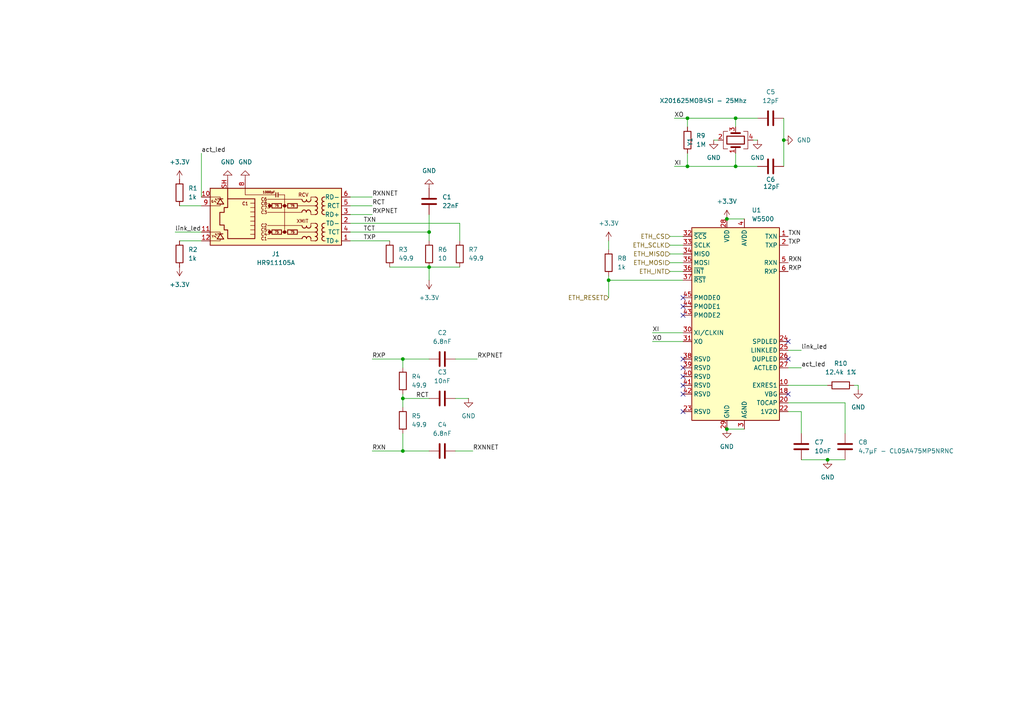
<source format=kicad_sch>
(kicad_sch (version 20250114) (generator "eeschema") (generator_version "9.0")
  (paper "A4")
  (lib_symbols
    (symbol "Connector:RJ45_Hanrun_HR911105A_Horizontal"
      (property "Reference" "J" (at 18.415 10.16 0))
      (property "Value" "RJ45_Hanrun_HR911105A_Horizontal" (at -19.05 10.16 0))
      (symbol "RJ45_Hanrun_HR911105A_Horizontal_0_0"
        (circle (center -1.27 5.08) (radius 0.0001) (stroke (width 0.508)))
        (polyline (pts (xy -1.27 5.08) (xy -1.27 -5.715)))
        (circle (center -1.27 -2.54) (radius 0.0001) (stroke (width 0.508)))
        (polyline (pts (xy 0.635 -5.08) (xy 0.635 -6.35)) (stroke (width 0.254)))
        (polyline (pts (xy 1.27 -5.08) (xy 1.27 -6.35)) (stroke (width 0.254)))
        (polyline (pts (xy 3.048 5.08) (xy 2.54 5.08)))
        (circle (center 3.048 5.08) (radius 0.0001) (stroke (width 0.508)))
        (polyline (pts (xy 3.048 -2.54) (xy 2.54 -2.54)))
        (circle (center 3.048 -2.54) (radius 0.0001) (stroke (width 0.508)))
        (polyline (pts (xy 3.683 5.715) (xy 3.048 5.715) (xy 3.048 4.445) (xy 3.683 4.445)))
        (polyline (pts (xy 3.683 -1.905) (xy 3.048 -1.905) (xy 3.048 -3.175) (xy 3.683 -3.175)))
        (polyline (pts (xy 17.399 7.112) (xy 17.399 7.62) (xy 20.32 7.62)))
        (polyline (pts (xy 17.399 -3.048) (xy 17.399 -2.54) (xy 20.32 -2.54)))
        (polyline (pts (xy 20.32 5.08) (xy 17.399 5.08) (xy 17.399 5.588)))
        (polyline (pts (xy 20.32 -5.08) (xy 17.399 -5.08) (xy 17.399 -4.572)))
        (text "XMIT" (at -8.255 1.905 0) (effects (font (size 1.016 1.016)) (justify left)))
        (text "RCV" (at -8.255 -5.715 0) (effects (font (size 1.016 1.016)) (justify left)))
        (text "C1" (at 4.699 6.985 0) (effects (font (size 0.889 0.889))))
        (text "C4" (at 4.699 5.715 0) (effects (font (size 0.889 0.889))))
        (text "C5" (at 4.699 4.445 0) (effects (font (size 0.889 0.889))))
        (text "C2" (at 4.699 3.175 0) (effects (font (size 0.889 0.889))))
        (text "C3" (at 4.699 -0.635 0) (effects (font (size 0.889 0.889))))
        (text "C7" (at 4.699 -1.905 0) (effects (font (size 0.889 0.889))))
        (text "C8" (at 4.699 -3.175 0) (effects (font (size 0.889 0.889))))
        (text "C6" (at 4.699 -4.445 0) (effects (font (size 0.889 0.889))))
        (text "C1" (at 10.16 -3.175 0) (effects (font (size 0.889 0.889))))
      )
      (symbol "RJ45_Hanrun_HR911105A_Horizontal_0_1"
        (rectangle (start -17.78 8.89) (end 20.32 -7.62) (stroke (width 0.254)) (fill (type background)))
        (polyline (pts (xy -12.7 7.62) (xy -13.081 7.62)))
        (polyline (pts (xy -12.7 5.08) (xy -13.081 5.08)))
        (polyline (pts (xy -12.7 2.54) (xy -13.081 2.54)))
        (polyline (pts (xy -12.7 0) (xy -13.081 0)))
        (polyline (pts (xy -12.7 -2.54) (xy -13.081 -2.54)))
        (polyline (pts (xy -12.7 -5.08) (xy -13.081 -5.08)))
        (polyline (pts (xy -10.16 7.62) (xy -8.89 7.62) (xy -8.89 6.985)))
        (polyline (pts (xy -10.16 0) (xy -8.89 0) (xy -8.89 -0.635)))
        (polyline (pts (xy -8.89 3.175) (xy -8.89 2.54) (xy -10.16 2.54)))
        (polyline (pts (xy -8.89 -4.445) (xy -8.89 -5.08) (xy -10.16 -5.08)))
        (polyline (pts (xy -6.35 6.985) (xy 3.683 6.985)))
        (polyline (pts (xy -6.35 3.175) (xy 3.683 3.175)))
        (polyline (pts (xy -6.35 -4.445) (xy 3.683 -4.445)))
        (polyline (pts (xy -6.223 -0.635) (xy 3.683 -0.635)))
        (polyline (pts (xy -5.08 -2.54) (xy -10.16 -2.54)))
        (polyline (pts (xy -4.953 5.08) (xy -10.16 5.08)))
        (polyline (pts (xy -2.159 5.08) (xy -0.381 5.08)))
        (polyline (pts (xy -2.159 -2.54) (xy -0.381 -2.54)))
        (polyline (pts (xy 0.635 -5.715) (xy -1.27 -5.715)))
        (polyline (pts (xy 7.366 3.175) (xy 8.636 3.175)))
        (polyline (pts (xy 7.366 1.905) (xy 8.636 1.905)))
        (polyline (pts (xy 7.366 0.635) (xy 8.636 0.635)))
        (polyline (pts (xy 7.366 -0.762) (xy 8.636 -0.762)))
        (polyline (pts (xy 7.366 -2.032) (xy 8.636 -2.032)))
        (polyline (pts (xy 8.636 5.715) (xy 7.366 5.715)))
        (polyline (pts (xy 8.636 4.445) (xy 7.366 4.445)))
        (polyline (pts (xy 8.636 -3.302) (xy 7.366 -3.302)))
        (polyline (pts (xy 10.16 -5.715) (xy 1.27 -5.715)))
        (polyline (pts (xy 10.16 -5.715) (xy 10.16 -7.62)))
      )
      (symbol "RJ45_Hanrun_HR911105A_Horizontal_1_0"
        (text "1000pF" (at 3.302 -6.477 0) (effects (font (size 0.635 0.635))))
      )
      (symbol "RJ45_Hanrun_HR911105A_Horizontal_1_1"
        (arc (start -12.7 0) (mid -12.0677 -0.635) (end -12.7 -1.27) (stroke (width 0.254)))
        (arc (start -12.6973 7.62) (mid -12.065 6.985) (end -12.6973 6.35) (stroke (width 0.254)))
        (arc (start -12.6973 -1.27) (mid -12.065 -1.905) (end -12.6973 -2.54) (stroke (width 0.254)))
        (arc (start -12.6973 -2.54) (mid -12.065 -3.175) (end -12.6973 -3.81) (stroke (width 0.254)))
        (arc (start -12.6973 -3.81) (mid -12.065 -4.445) (end -12.6973 -5.08) (stroke (width 0.254)))
        (arc (start -12.6946 6.35) (mid -12.0623 5.715) (end -12.6946 5.08) (stroke (width 0.254)))
        (arc (start -12.6946 5.08) (mid -12.0623 4.445) (end -12.6946 3.81) (stroke (width 0.254)))
        (arc (start -12.6946 3.81) (mid -12.0623 3.175) (end -12.6946 2.54) (stroke (width 0.254)))
        (arc (start -10.1654 6.35) (mid -10.7977 6.985) (end -10.1654 7.62) (stroke (width 0.254)))
        (arc (start -10.1654 5.08) (mid -10.7977 5.715) (end -10.1654 6.35) (stroke (width 0.254)))
        (arc (start -10.1654 3.81) (mid -10.7977 4.445) (end -10.1654 5.08) (stroke (width 0.254)))
        (arc (start -10.1654 -1.27) (mid -10.7977 -0.635) (end -10.1654 0) (stroke (width 0.254)))
        (arc (start -10.1654 -2.54) (mid -10.7977 -1.905) (end -10.1654 -1.27) (stroke (width 0.254)))
        (arc (start -10.1654 -3.81) (mid -10.7977 -3.175) (end -10.1654 -2.54) (stroke (width 0.254)))
        (arc (start -10.1627 2.54) (mid -10.795 3.175) (end -10.1627 3.81) (stroke (width 0.254)))
        (arc (start -10.1627 -5.08) (mid -10.795 -4.445) (end -10.1627 -3.81) (stroke (width 0.254)))
        (arc (start -7.62 6.9823) (mid -8.255 6.35) (end -8.89 6.9823) (stroke (width 0.254)))
        (arc (start -8.89 3.3047) (mid -8.255 3.937) (end -7.62 3.3047) (stroke (width 0.254)))
        (arc (start -8.89 -4.3153) (mid -8.255 -3.683) (end -7.62 -4.3153) (stroke (width 0.254)))
        (arc (start -7.5565 -0.7012) (mid -8.1915 -1.3335) (end -8.8265 -0.7012) (stroke (width 0.254)))
        (arc (start -6.35 6.985) (mid -6.985 6.3527) (end -7.62 6.985) (stroke (width 0.254)))
        (arc (start -7.62 3.3074) (mid -6.985 3.9397) (end -6.35 3.3074) (stroke (width 0.254)))
        (arc (start -7.62 -4.3126) (mid -6.985 -3.6803) (end -6.35 -4.3126) (stroke (width 0.254)))
        (arc (start -6.2865 -0.6985) (mid -6.9215 -1.3308) (end -7.5565 -0.6985) (stroke (width 0.254)))
        (rectangle (start -4.953 5.715) (end -2.159 4.445) (stroke (width 0.254)))
        (rectangle (start -4.953 -1.905) (end -2.159 -3.175) (stroke (width 0.254)))
        (rectangle (start -0.381 5.715) (end 2.413 4.445) (stroke (width 0.254)))
        (rectangle (start -0.381 -1.905) (end 2.413 -3.175) (stroke (width 0.254)))
        (polyline (pts (xy 7.366 -4.572) (xy 7.366 6.985) (xy 15.24 6.985) (xy 15.24 4.445) (xy 16.256 4.445) (xy 16.256 3.048) (xy 17.526 3.048) (xy 17.526 -0.635) (xy 16.256 -0.635) (xy 16.256 -2.032) (xy 15.24 -2.032) (xy 15.24 -4.572) (xy 7.366 -4.572)) (stroke (width 0.254)))
        (polyline (pts (xy 15.24 -7.62) (xy 15.24 -4.572)) (stroke (width 0.254)))
        (polyline (pts (xy 18.161 5.588) (xy 16.637 5.588)) (stroke (width 0.254)))
        (polyline (pts (xy 18.161 -4.572) (xy 16.637 -4.572)) (stroke (width 0.254)))
        (polyline (pts (xy 18.288 7.112) (xy 16.383 7.112) (xy 17.399 5.588) (xy 18.288 7.112)) (stroke (width 0.254)))
        (polyline (pts (xy 18.288 6.096) (xy 18.796 5.588) (xy 18.542 5.588)))
        (polyline (pts (xy 18.288 -3.048) (xy 16.383 -3.048) (xy 17.399 -4.572) (xy 18.288 -3.048)) (stroke (width 0.254)))
        (polyline (pts (xy 18.288 -4.064) (xy 18.796 -4.572) (xy 18.542 -4.572)))
        (polyline (pts (xy 18.542 6.731) (xy 19.05 6.223) (xy 18.796 6.223)))
        (polyline (pts (xy 18.542 -3.429) (xy 19.05 -3.937) (xy 18.796 -3.937)))
        (polyline (pts (xy 18.796 5.588) (xy 18.796 5.842)))
        (polyline (pts (xy 18.796 -4.572) (xy 18.796 -4.318)))
        (polyline (pts (xy 19.05 6.223) (xy 19.05 6.477)))
        (polyline (pts (xy 19.05 -3.937) (xy 19.05 -3.683)))
        (text "75" (at -3.556 5.08 0) (effects (font (size 0.635 0.635))))
        (text "75" (at -3.556 -2.54 0) (effects (font (size 0.635 0.635))))
        (text "75" (at 1.016 5.08 0) (effects (font (size 0.635 0.635))))
        (text "75" (at 1.016 -2.54 0) (effects (font (size 0.635 0.635))))
        (text "Y" (at 19.558 6.35 0) (effects (font (size 0.635 0.635))))
        (text "G" (at 19.685 -3.81 0) (effects (font (size 0.635 0.635))))
        (pin passive line (at -20.32 7.62 0) (length 2.54) (name "TD+") (number "1"))
        (pin passive line (at -20.32 5.08 0) (length 2.54) (name "TCT") (number "4"))
        (pin passive line (at -20.32 2.54 0) (length 2.54) (name "TD-") (number "2"))
        (pin passive line (at -20.32 0 0) (length 2.54) (name "RD+") (number "3"))
        (pin passive line (at -20.32 -2.54 0) (length 2.54) (name "RCT") (number "5"))
        (pin passive line (at -20.32 -5.08 0) (length 2.54) (name "RD-") (number "6"))
        (pin power_in line (at 10.16 -10.16 90) (length 2.54) (name "") (number "8"))
        (pin passive line (at 15.24 -10.16 90) (length 2.54) (name "") (number "SH"))
        (pin no_connect line (at 20.32 0 0) (length 0) (hide yes) (name "NC") (number "7"))
        (pin passive line (at 22.86 7.62 180) (length 2.54) (name "") (number "12"))
        (pin passive line (at 22.86 5.08 180) (length 2.54) (name "") (number "11"))
        (pin passive line (at 22.86 -2.54 180) (length 2.54) (name "") (number "9"))
        (pin passive line (at 22.86 -5.08 180) (length 2.54) (name "") (number "10"))
      )
    )
    (symbol "Device:C" (pin_numbers (hide yes)) (pin_names (offset 0.254))
      (property "Reference" "C" (at 0.635 2.54 0))
      (property "Value" "C" (at 0.635 -2.54 0))
      (symbol "C_0_1"
        (polyline (pts (xy -2.032 0.762) (xy 2.032 0.762)) (stroke (width 0.508)))
        (polyline (pts (xy -2.032 -0.762) (xy 2.032 -0.762)) (stroke (width 0.508)))
      )
      (symbol "C_1_1"
        (pin passive line (at 0 3.81 270) (length 2.794) (name "~") (number "1"))
        (pin passive line (at 0 -3.81 90) (length 2.794) (name "~") (number "2"))
      )
    )
    (symbol "Device:Crystal_GND24" (pin_names (offset 1.016) (hide yes))
      (property "Reference" "Y" (at 3.175 5.08 0))
      (property "Value" "Crystal_GND24" (at 3.175 3.175 0))
      (symbol "Crystal_GND24_0_1"
        (polyline (pts (xy -2.54 2.286) (xy -2.54 3.556) (xy 2.54 3.556) (xy 2.54 2.286)))
        (polyline (pts (xy -2.54 0) (xy -2.032 0)))
        (polyline (pts (xy -2.54 -2.286) (xy -2.54 -3.556) (xy 2.54 -3.556) (xy 2.54 -2.286)))
        (polyline (pts (xy -2.032 -1.27) (xy -2.032 1.27)) (stroke (width 0.508)))
        (rectangle (start -1.143 2.54) (end 1.143 -2.54) (stroke (width 0.3048)))
        (polyline (pts (xy 0 3.556) (xy 0 3.81)))
        (polyline (pts (xy 0 -3.81) (xy 0 -3.556)))
        (polyline (pts (xy 2.032 0) (xy 2.54 0)))
        (polyline (pts (xy 2.032 -1.27) (xy 2.032 1.27)) (stroke (width 0.508)))
      )
      (symbol "Crystal_GND24_1_1"
        (pin passive line (at -3.81 0 0) (length 1.27) (name "1") (number "1"))
        (pin passive line (at 0 5.08 270) (length 1.27) (name "2") (number "2"))
        (pin passive line (at 0 -5.08 90) (length 1.27) (name "4") (number "4"))
        (pin passive line (at 3.81 0 180) (length 1.27) (name "3") (number "3"))
      )
    )
    (symbol "Device:R" (pin_numbers (hide yes)) (pin_names (offset 0))
      (property "Reference" "R" (at 2.032 0 90))
      (property "Value" "R" (at 0 0 90))
      (symbol "R_0_1"
        (rectangle (start -1.016 -2.54) (end 1.016 2.54) (stroke (width 0.254)))
      )
      (symbol "R_1_1"
        (pin passive line (at 0 3.81 270) (length 1.27) (name "~") (number "1"))
        (pin passive line (at 0 -3.81 90) (length 1.27) (name "~") (number "2"))
      )
    )
    (symbol "Interface_Ethernet:W5500"
      (property "Reference" "U" (at -11.43 29.21 0))
      (property "Value" "W5500" (at 8.89 29.21 0))
      (symbol "W5500_0_1"
        (rectangle (start -12.7 27.94) (end 12.7 -27.94) (stroke (width 0.254)) (fill (type background)))
      )
      (symbol "W5500_1_1"
        (pin input line (at -15.24 25.4 0) (length 2.54) (name "~{SCS}") (number "32"))
        (pin input line (at -15.24 22.86 0) (length 2.54) (name "SCLK") (number "33"))
        (pin output line (at -15.24 20.32 0) (length 2.54) (name "MISO") (number "34"))
        (pin input line (at -15.24 17.78 0) (length 2.54) (name "MOSI") (number "35"))
        (pin input line (at -15.24 15.24 0) (length 2.54) (name "~{INT}") (number "36"))
        (pin input line (at -15.24 12.7 0) (length 2.54) (name "~{RST}") (number "37"))
        (pin input line (at -15.24 7.62 0) (length 2.54) (name "PMODE0") (number "45"))
        (pin input line (at -15.24 5.08 0) (length 2.54) (name "PMODE1") (number "44"))
        (pin input line (at -15.24 2.54 0) (length 2.54) (name "PMODE2") (number "43"))
        (pin input line (at -15.24 -2.54 0) (length 2.54) (name "XI/CLKIN") (number "30"))
        (pin output line (at -15.24 -5.08 0) (length 2.54) (name "XO") (number "31"))
        (pin input line (at -15.24 -10.16 0) (length 2.54) (name "RSVD") (number "38"))
        (pin input line (at -15.24 -12.7 0) (length 2.54) (name "RSVD") (number "39"))
        (pin input line (at -15.24 -15.24 0) (length 2.54) (name "RSVD") (number "40"))
        (pin input line (at -15.24 -17.78 0) (length 2.54) (name "RSVD") (number "41"))
        (pin input line (at -15.24 -20.32 0) (length 2.54) (name "RSVD") (number "42"))
        (pin input line (at -15.24 -25.4 0) (length 2.54) (name "RSVD") (number "23"))
        (pin power_in line (at -2.54 30.48 270) (length 2.54) (name "VDD") (number "28"))
        (pin power_in line (at -2.54 -30.48 90) (length 2.54) (name "GND") (number "29"))
        (pin passive line (at 2.54 30.48 270) (length 2.54) (hide yes) (name "AVDD") (number "11"))
        (pin passive line (at 2.54 30.48 270) (length 2.54) (hide yes) (name "AVDD") (number "15"))
        (pin passive line (at 2.54 30.48 270) (length 2.54) (hide yes) (name "AVDD") (number "17"))
        (pin passive line (at 2.54 30.48 270) (length 2.54) (hide yes) (name "AVDD") (number "21"))
        (pin power_in line (at 2.54 30.48 270) (length 2.54) (name "AVDD") (number "4"))
        (pin passive line (at 2.54 30.48 270) (length 2.54) (hide yes) (name "AVDD") (number "8"))
        (pin passive line (at 2.54 -30.48 90) (length 2.54) (hide yes) (name "AGND") (number "14"))
        (pin passive line (at 2.54 -30.48 90) (length 2.54) (hide yes) (name "AGND") (number "16"))
        (pin passive line (at 2.54 -30.48 90) (length 2.54) (hide yes) (name "AGND") (number "19"))
        (pin power_in line (at 2.54 -30.48 90) (length 2.54) (name "AGND") (number "3"))
        (pin passive line (at 2.54 -30.48 90) (length 2.54) (hide yes) (name "AGND") (number "48"))
        (pin passive line (at 2.54 -30.48 90) (length 2.54) (hide yes) (name "AGND") (number "9"))
        (pin no_connect line (at 12.7 10.16 180) (length 2.54) (hide yes) (name "DNC") (number "7"))
        (pin no_connect line (at 12.7 7.62 180) (length 2.54) (hide yes) (name "NC") (number "12"))
        (pin no_connect line (at 12.7 5.08 180) (length 2.54) (hide yes) (name "NC") (number "13"))
        (pin no_connect line (at 12.7 2.54 180) (length 2.54) (hide yes) (name "NC") (number "46"))
        (pin no_connect line (at 12.7 0 180) (length 2.54) (hide yes) (name "NC") (number "47"))
        (pin output line (at 15.24 25.4 180) (length 2.54) (name "TXN") (number "1"))
        (pin output line (at 15.24 22.86 180) (length 2.54) (name "TXP") (number "2"))
        (pin input line (at 15.24 17.78 180) (length 2.54) (name "RXN") (number "5"))
        (pin input line (at 15.24 15.24 180) (length 2.54) (name "RXP") (number "6"))
        (pin output line (at 15.24 -5.08 180) (length 2.54) (name "SPDLED") (number "24"))
        (pin output line (at 15.24 -7.62 180) (length 2.54) (name "LINKLED") (number "25"))
        (pin output line (at 15.24 -10.16 180) (length 2.54) (name "DUPLED") (number "26"))
        (pin output line (at 15.24 -12.7 180) (length 2.54) (name "ACTLED") (number "27"))
        (pin passive line (at 15.24 -17.78 180) (length 2.54) (name "EXRES1") (number "10"))
        (pin passive line (at 15.24 -20.32 180) (length 2.54) (name "VBG") (number "18"))
        (pin passive line (at 15.24 -22.86 180) (length 2.54) (name "TOCAP") (number "20"))
        (pin output line (at 15.24 -25.4 180) (length 2.54) (name "1V2O") (number "22"))
      )
    )
    (symbol "power:+3.3V" (power) (pin_numbers (hide yes)) (pin_names (offset 0) (hide yes))
      (property "Value" "+3.3V" (at 0 3.556 0))
      (symbol "+3.3V_0_1"
        (polyline (pts (xy -0.762 1.27) (xy 0 2.54)))
        (polyline (pts (xy 0 2.54) (xy 0.762 1.27)))
        (polyline (pts (xy 0 0) (xy 0 2.54)))
      )
      (symbol "+3.3V_1_1"
        (pin power_in line (at 0 0 90) (length 0) (name "~") (number "1"))
      )
    )
    (symbol "power:GND" (power) (pin_numbers (hide yes)) (pin_names (offset 0) (hide yes))
      (property "Value" "GND" (at 0 -3.81 0))
      (symbol "GND_0_1"
        (polyline (pts (xy 0 0) (xy 0 -1.27) (xy 1.27 -1.27) (xy 0 -2.54) (xy -1.27 -1.27) (xy 0 -1.27)))
      )
      (symbol "GND_1_1"
        (pin power_in line (at 0 0 270) (length 0) (name "~") (number "1"))
      )
    )
  )
  (junction (at 124.46 67.31))
  (junction (at 210.82 63.5))
  (junction (at 213.36 48.26))
  (junction (at 227.33 40.64))
  (junction (at 116.84 115.57))
  (junction (at 116.84 130.81))
  (junction (at 124.46 77.47))
  (junction (at 116.84 104.14))
  (junction (at 199.39 34.29))
  (junction (at 176.53 81.28))
  (junction (at 199.39 48.26))
  (junction (at 210.82 124.46))
  (junction (at 213.36 34.29))
  (junction (at 240.03 133.35))
  (no_connect (at 198.12 86.36))
  (no_connect (at 198.12 106.68))
  (no_connect (at 228.6 114.3))
  (no_connect (at 198.12 88.9))
  (no_connect (at 198.12 91.44))
  (no_connect (at 198.12 114.3))
  (no_connect (at 228.6 104.14))
  (no_connect (at 198.12 119.38))
  (no_connect (at 228.6 99.06))
  (no_connect (at 198.12 104.14))
  (no_connect (at 198.12 111.76))
  (no_connect (at 198.12 109.22))
  (wire (pts (xy 194.31 78.74) (xy 198.12 78.74)))
  (wire (pts (xy 213.36 48.26) (xy 219.71 48.26)))
  (wire (pts (xy 218.44 40.64) (xy 219.71 40.64)))
  (wire (pts (xy 232.41 101.6) (xy 228.6 101.6)))
  (wire (pts (xy 213.36 34.29) (xy 213.36 36.83)))
  (wire (pts (xy 116.84 106.68) (xy 116.84 104.14)))
  (wire (pts (xy 228.6 119.38) (xy 232.41 119.38)))
  (wire (pts (xy 240.03 133.35) (xy 245.11 133.35)))
  (wire (pts (xy 101.6 57.15) (xy 107.95 57.15)))
  (wire (pts (xy 101.6 62.23) (xy 107.95 62.23)))
  (wire (pts (xy 124.46 62.23) (xy 124.46 67.31)))
  (wire (pts (xy 248.92 111.76) (xy 247.65 111.76)))
  (wire (pts (xy 210.82 124.46) (xy 215.9 124.46)))
  (wire (pts (xy 133.35 64.77) (xy 133.35 69.85)))
  (wire (pts (xy 189.23 96.52) (xy 198.12 96.52)))
  (wire (pts (xy 52.07 69.85) (xy 58.42 69.85)))
  (wire (pts (xy 199.39 44.45) (xy 199.39 48.26)))
  (wire (pts (xy 132.08 104.14) (xy 138.43 104.14)))
  (wire (pts (xy 227.33 40.64) (xy 227.33 48.26)))
  (wire (pts (xy 194.31 68.58) (xy 198.12 68.58)))
  (wire (pts (xy 116.84 114.3) (xy 116.84 115.57)))
  (wire (pts (xy 245.11 116.84) (xy 245.11 125.73)))
  (wire (pts (xy 101.6 59.69) (xy 107.95 59.69)))
  (wire (pts (xy 124.46 115.57) (xy 116.84 115.57)))
  (wire (pts (xy 195.58 48.26) (xy 199.39 48.26)))
  (wire (pts (xy 52.07 59.69) (xy 58.42 59.69)))
  (wire (pts (xy 124.46 77.47) (xy 133.35 77.47)))
  (wire (pts (xy 107.95 104.14) (xy 116.84 104.14)))
  (wire (pts (xy 194.31 73.66) (xy 198.12 73.66)))
  (wire (pts (xy 101.6 67.31) (xy 124.46 67.31)))
  (wire (pts (xy 227.33 34.29) (xy 227.33 40.64)))
  (wire (pts (xy 116.84 104.14) (xy 124.46 104.14)))
  (wire (pts (xy 207.01 40.64) (xy 208.28 40.64)))
  (wire (pts (xy 101.6 69.85) (xy 113.03 69.85)))
  (wire (pts (xy 176.53 69.85) (xy 176.53 72.39)))
  (wire (pts (xy 228.6 116.84) (xy 245.11 116.84)))
  (wire (pts (xy 240.03 111.76) (xy 228.6 111.76)))
  (wire (pts (xy 248.92 111.76) (xy 248.92 113.03)))
  (wire (pts (xy 210.82 63.5) (xy 215.9 63.5)))
  (wire (pts (xy 176.53 81.28) (xy 176.53 80.01)))
  (wire (pts (xy 116.84 115.57) (xy 116.84 118.11)))
  (wire (pts (xy 132.08 115.57) (xy 135.89 115.57)))
  (wire (pts (xy 107.95 130.81) (xy 116.84 130.81)))
  (wire (pts (xy 58.42 57.15) (xy 58.42 44.45)))
  (wire (pts (xy 101.6 64.77) (xy 133.35 64.77)))
  (wire (pts (xy 232.41 133.35) (xy 240.03 133.35)))
  (wire (pts (xy 124.46 67.31) (xy 124.46 69.85)))
  (wire (pts (xy 232.41 119.38) (xy 232.41 125.73)))
  (wire (pts (xy 113.03 77.47) (xy 124.46 77.47)))
  (wire (pts (xy 176.53 86.36) (xy 176.53 81.28)))
  (wire (pts (xy 124.46 130.81) (xy 116.84 130.81)))
  (wire (pts (xy 124.46 77.47) (xy 124.46 81.28)))
  (wire (pts (xy 194.31 71.12) (xy 198.12 71.12)))
  (wire (pts (xy 199.39 48.26) (xy 213.36 48.26)))
  (wire (pts (xy 176.53 81.28) (xy 198.12 81.28)))
  (wire (pts (xy 228.6 106.68) (xy 232.41 106.68)))
  (wire (pts (xy 213.36 34.29) (xy 219.71 34.29)))
  (wire (pts (xy 199.39 34.29) (xy 213.36 34.29)))
  (wire (pts (xy 213.36 44.45) (xy 213.36 48.26)))
  (wire (pts (xy 195.58 34.29) (xy 199.39 34.29)))
  (wire (pts (xy 50.8 67.31) (xy 58.42 67.31)))
  (wire (pts (xy 199.39 34.29) (xy 199.39 36.83)))
  (wire (pts (xy 189.23 99.06) (xy 198.12 99.06)))
  (wire (pts (xy 116.84 125.73) (xy 116.84 130.81)))
  (wire (pts (xy 137.16 130.81) (xy 132.08 130.81)))
  (wire (pts (xy 194.31 76.2) (xy 198.12 76.2)))
  (label "TXN" (at 105.41 64.77 0))
  (label "TXP" (at 105.41 69.85 0))
  (label "RXPNET" (at 138.43 104.14 0))
  (label "link_led" (at 50.8 67.31 0))
  (label "RXNNET" (at 107.95 57.15 0))
  (label "TXP" (at 228.6 71.12 0))
  (label "RXP" (at 228.6 78.74 0))
  (label "act_led" (at 58.42 44.45 0))
  (label "act_led" (at 232.41 106.68 0))
  (label "TXN" (at 228.6 68.58 0))
  (label "link_led" (at 232.41 101.6 0))
  (label "RXN" (at 107.95 130.81 0))
  (label "XO" (at 189.23 99.06 0))
  (label "XI" (at 189.23 96.52 0))
  (label "RCT" (at 120.65 115.57 0))
  (label "RXN" (at 228.6 76.2 0))
  (label "RXPNET" (at 107.95 62.23 0))
  (label "RXP" (at 107.95 104.14 0))
  (label "XI" (at 195.58 48.26 0))
  (label "XO" (at 195.58 34.29 0))
  (label "RCT" (at 107.95 59.69 0))
  (label "RXNNET" (at 137.16 130.81 0))
  (label "TCT" (at 105.41 67.31 0))
  (hierarchical_label "ETH_SCLK" (shape input) (at 194.31 71.12 180))
  (hierarchical_label "ETH_INT" (shape input) (at 194.31 78.74 180))
  (hierarchical_label "ETH_MOSI" (shape input) (at 194.31 76.2 180))
  (hierarchical_label "ETH_CS" (shape input) (at 194.31 68.58 180))
  (hierarchical_label "ETH_RESET" (shape input) (at 176.53 86.36 180))
  (hierarchical_label "ETH_MISO" (shape input) (at 194.31 73.66 180))
  (symbol (lib_id "Device:C") (at 128.27 115.57 270) (unit 1)
    (property "Reference" "C3" (at 128.27 107.95 90))
    (property "Value" "10nF" (at 128.27 110.49 90))
    (property "Footprint" "Capacitor_SMD:C_0402_1005Metric" (effects (hide yes)))
    (property "Description" "Unpolarized capacitor" (effects (hide yes)))
  )
  (symbol (lib_id "Device:R") (at 243.84 111.76 90) (unit 1)
    (property "Reference" "R10" (at 243.84 105.41 90))
    (property "Value" "12.4k 1%" (at 243.84 107.95 90))
    (property "Footprint" "Resistor_SMD:R_0402_1005Metric" (effects (hide yes)))
    (property "Description" "Resistor" (effects (hide yes)))
  )
  (symbol (lib_id "Device:C") (at 128.27 130.81 90) (unit 1)
    (property "Reference" "C4" (at 128.27 123.19 90))
    (property "Value" "6.8nF" (at 128.27 125.73 90))
    (property "Footprint" "Capacitor_SMD:C_0402_1005Metric" (effects (hide yes)))
    (property "Description" "Unpolarized capacitor" (effects (hide yes)))
  )
  (symbol (lib_id "Device:C") (at 232.41 129.54 0) (unit 1)
    (property "Reference" "C7" (at 236.22 128.2699 0) (effects (justify left)))
    (property "Value" "10nF" (at 236.22 130.8099 0) (effects (justify left)))
    (property "Footprint" "Capacitor_SMD:C_0402_1005Metric" (effects (hide yes)))
    (property "Description" "Unpolarized capacitor" (effects (hide yes)))
  )
  (symbol (lib_id "Device:C") (at 124.46 58.42 0) (unit 1)
    (property "Reference" "C1" (at 128.27 57.1499 0) (effects (justify left)))
    (property "Value" "22nF" (at 128.27 59.6899 0) (effects (justify left)))
    (property "Footprint" "Capacitor_SMD:C_0402_1005Metric" (effects (hide yes)))
    (property "Description" "Unpolarized capacitor" (effects (hide yes)))
  )
  (symbol (lib_id "Device:R") (at 133.35 73.66 0) (unit 1)
    (property "Reference" "R7" (at 135.89 72.3899 0) (effects (justify left)))
    (property "Value" "49.9" (at 135.89 74.9299 0) (effects (justify left)))
    (property "Footprint" "Resistor_SMD:R_0402_1005Metric" (effects (hide yes)))
    (property "Description" "Resistor" (effects (hide yes)))
  )
  (symbol (lib_id "power:GND") (at 210.82 124.46 0) (unit 1)
    (property "Reference" "#PWR09" (effects (hide yes)))
    (property "Value" "GND" (at 210.82 129.54 0))
    (property "Description" "Power symbol creates a global label with name \"GND\" , ground" (effects (hide yes)))
  )
  (symbol (lib_id "Device:R") (at 113.03 73.66 0) (unit 1)
    (property "Reference" "R3" (at 115.57 72.3899 0) (effects (justify left)))
    (property "Value" "49.9" (at 115.57 74.9299 0) (effects (justify left)))
    (property "Footprint" "Resistor_SMD:R_0402_1005Metric" (effects (hide yes)))
    (property "Description" "Resistor" (effects (hide yes)))
  )
  (symbol (lib_id "Device:R") (at 124.46 73.66 0) (unit 1)
    (property "Reference" "R6" (at 127 72.3899 0) (effects (justify left)))
    (property "Value" "10" (at 127 74.9299 0) (effects (justify left)))
    (property "Footprint" "Resistor_SMD:R_0402_1005Metric" (effects (hide yes)))
    (property "Description" "Resistor" (effects (hide yes)))
  )
  (symbol (lib_id "Device:C") (at 128.27 104.14 90) (unit 1)
    (property "Reference" "C2" (at 128.27 96.52 90))
    (property "Value" "6.8nF" (at 128.27 99.06 90))
    (property "Footprint" "Capacitor_SMD:C_0402_1005Metric" (effects (hide yes)))
    (property "Description" "Unpolarized capacitor" (effects (hide yes)))
  )
  (symbol (lib_id "power:GND") (at 207.01 40.64 0) (unit 1)
    (property "Reference" "#PWR045" (effects (hide yes)))
    (property "Value" "GND" (at 207.01 45.72 0))
    (property "Description" "Power symbol creates a global label with name \"GND\" , ground" (effects (hide yes)))
  )
  (symbol (lib_id "power:GND") (at 240.03 133.35 0) (unit 1)
    (property "Reference" "#PWR011" (effects (hide yes)))
    (property "Value" "GND" (at 240.03 138.43 0))
    (property "Description" "Power symbol creates a global label with name \"GND\" , ground" (effects (hide yes)))
  )
  (symbol (lib_id "Device:R") (at 176.53 76.2 0) (unit 1)
    (property "Reference" "R8" (at 179.07 74.9299 0) (effects (justify left)))
    (property "Value" "1k" (at 179.07 77.4699 0) (effects (justify left)))
    (property "Footprint" "Resistor_SMD:R_0402_1005Metric" (effects (hide yes)))
    (property "Description" "Resistor" (effects (hide yes)))
  )
  (symbol (lib_id "Interface_Ethernet:W5500") (at 213.36 93.98 0) (unit 1)
    (property "Reference" "U1" (at 218.0433 60.96 0) (effects (justify left)))
    (property "Value" "W5500" (at 218.0433 63.5 0) (effects (justify left)))
    (property "Footprint" "Package_QFP:LQFP-48_7x7mm_P0.5mm" (effects (hide yes)))
    (property "Datasheet" "http://wizwiki.net/wiki/lib/exe/fetch.php/products:w5500:w5500_ds_v109e.pdf" (effects (hide yes)))
    (property "Description" "10/100Mb SPI Ethernet controller with TCP/IP stack, LQFP-48" (effects (hide yes)))
  )
  (symbol (lib_id "power:+3.3V") (at 52.07 77.47 180) (unit 1)
    (property "Reference" "#PWR02" (effects (hide yes)))
    (property "Value" "+3.3V" (at 52.07 82.55 0))
    (property "Description" "Power symbol creates a global label with name \"+3.3V\"" (effects (hide yes)))
  )
  (symbol (lib_id "Device:C") (at 245.11 129.54 0) (unit 1)
    (property "Reference" "C8" (at 248.92 128.2699 0) (effects (justify left)))
    (property "Value" "4.7µF - CL05A475MP5NRNC" (at 248.92 130.8099 0) (effects (justify left)))
    (property "Footprint" "Capacitor_SMD:C_0402_1005Metric" (effects (hide yes)))
    (property "Description" "Unpolarized capacitor" (effects (hide yes)))
  )
  (symbol (lib_id "power:+3.3V") (at 176.53 69.85 0) (unit 1)
    (property "Reference" "#PWR07" (effects (hide yes)))
    (property "Value" "+3.3V" (at 176.53 64.77 0))
    (property "Description" "Power symbol creates a global label with name \"+3.3V\"" (effects (hide yes)))
  )
  (symbol (lib_id "power:GND") (at 248.92 113.03 0) (unit 1)
    (property "Reference" "#PWR012" (effects (hide yes)))
    (property "Value" "GND" (at 248.92 118.11 0))
    (property "Description" "Power symbol creates a global label with name \"GND\" , ground" (effects (hide yes)))
  )
  (symbol (lib_id "Device:R") (at 52.07 55.88 0) (unit 1)
    (property "Reference" "R1" (at 54.61 54.6099 0) (effects (justify left)))
    (property "Value" "1k" (at 54.61 57.1499 0) (effects (justify left)))
    (property "Footprint" "Resistor_SMD:R_0402_1005Metric" (effects (hide yes)))
    (property "Description" "Resistor" (effects (hide yes)))
  )
  (symbol (lib_id "power:GND") (at 219.71 40.64 0) (unit 1)
    (property "Reference" "#PWR048" (effects (hide yes)))
    (property "Value" "GND" (at 219.71 45.72 0))
    (property "Description" "Power symbol creates a global label with name \"GND\" , ground" (effects (hide yes)))
  )
  (symbol (lib_id "Device:R") (at 116.84 110.49 0) (unit 1)
    (property "Reference" "R4" (at 119.38 109.2199 0) (effects (justify left)))
    (property "Value" "49.9" (at 119.38 111.7599 0) (effects (justify left)))
    (property "Footprint" "Resistor_SMD:R_0402_1005Metric" (effects (hide yes)))
    (property "Description" "Resistor" (effects (hide yes)))
  )
  (symbol (lib_id "power:+3.3V") (at 210.82 63.5 0) (unit 1)
    (property "Reference" "#PWR08" (effects (hide yes)))
    (property "Value" "+3.3V" (at 210.82 58.42 0))
    (property "Description" "Power symbol creates a global label with name \"+3.3V\"" (effects (hide yes)))
  )
  (symbol (lib_id "power:+3.3V") (at 124.46 81.28 180) (unit 1)
    (property "Reference" "#PWR05" (effects (hide yes)))
    (property "Value" "+3.3V" (at 124.46 86.36 0))
    (property "Description" "Power symbol creates a global label with name \"+3.3V\"" (effects (hide yes)))
  )
  (symbol (lib_id "power:GND") (at 71.12 52.07 180) (unit 1)
    (property "Reference" "#PWR036" (effects (hide yes)))
    (property "Value" "GND" (at 71.12 46.99 0))
    (property "Description" "Power symbol creates a global label with name \"GND\" , ground" (effects (hide yes)))
  )
  (symbol (lib_id "Device:R") (at 199.39 40.64 0) (unit 1)
    (property "Reference" "R9" (at 201.93 39.3699 0) (effects (justify left)))
    (property "Value" "1M" (at 201.93 41.9099 0) (effects (justify left)))
    (property "Footprint" "Resistor_SMD:R_0402_1005Metric" (effects (hide yes)))
    (property "Description" "Resistor" (effects (hide yes)))
  )
  (symbol (lib_id "power:GND") (at 227.33 40.64 90) (unit 1)
    (property "Reference" "#PWR010" (effects (hide yes)))
    (property "Value" "GND" (at 231.14 40.6399 90) (effects (justify right)))
    (property "Description" "Power symbol creates a global label with name \"GND\" , ground" (effects (hide yes)))
  )
  (symbol (lib_id "power:+3.3V") (at 52.07 52.07 0) (unit 1)
    (property "Reference" "#PWR01" (effects (hide yes)))
    (property "Value" "+3.3V" (at 52.07 46.99 0))
    (property "Description" "Power symbol creates a global label with name \"+3.3V\"" (effects (hide yes)))
  )
  (symbol (lib_id "Device:C") (at 223.52 34.29 270) (unit 1)
    (property "Reference" "C5" (at 223.52 26.67 90))
    (property "Value" "12pF" (at 223.52 29.21 90))
    (property "Footprint" "Capacitor_SMD:C_0402_1005Metric" (effects (hide yes)))
    (property "Description" "Unpolarized capacitor" (effects (hide yes)))
  )
  (symbol (lib_id "power:GND") (at 135.89 115.57 0) (unit 1)
    (property "Reference" "#PWR06" (effects (hide yes)))
    (property "Value" "GND" (at 135.89 120.65 0))
    (property "Description" "Power symbol creates a global label with name \"GND\" , ground" (effects (hide yes)))
  )
  (symbol (lib_id "Device:C") (at 223.52 48.26 270) (unit 1)
    (property "Reference" "C6" (at 223.52 52.07 90))
    (property "Value" "12pF" (at 223.774 54.102 90))
    (property "Footprint" "Capacitor_SMD:C_0402_1005Metric" (effects (hide yes)))
    (property "Description" "Unpolarized capacitor" (effects (hide yes)))
  )
  (symbol (lib_id "power:GND") (at 124.46 54.61 180) (unit 1)
    (property "Reference" "#PWR04" (effects (hide yes)))
    (property "Value" "GND" (at 124.46 49.53 0))
    (property "Description" "Power symbol creates a global label with name \"GND\" , ground" (effects (hide yes)))
  )
  (symbol (lib_id "power:GND") (at 66.04 52.07 180) (unit 1)
    (property "Reference" "#PWR03" (effects (hide yes)))
    (property "Value" "GND" (at 66.04 46.99 0))
    (property "Description" "Power symbol creates a global label with name \"GND\" , ground" (effects (hide yes)))
  )
  (symbol (lib_id "Connector:RJ45_Hanrun_HR911105A_Horizontal") (at 81.28 62.23 180) (unit 1)
    (property "Reference" "J1" (at 80.01 73.66 0))
    (property "Value" "HR911105A" (at 80.01 76.2 0))
    (property "Footprint" "Connector_RJ:RJ45_Hanrun_HR911105A_Horizontal" (effects (hide yes)))
    (property "Datasheet" "https://datasheet.lcsc.com/lcsc/1811141815_HANRUN-Zhongshan-HanRun-Elec-HR911105A_C12074.pdf" (effects (hide yes)))
    (property "Description" "1 Port RJ45 Magjack Connector Through Hole 10/100 Base-T, AutoMDIX" (effects (hide yes)))
  )
  (symbol (lib_id "Device:R") (at 116.84 121.92 0) (unit 1)
    (property "Reference" "R5" (at 119.38 120.6499 0) (effects (justify left)))
    (property "Value" "49.9" (at 119.38 123.1899 0) (effects (justify left)))
    (property "Footprint" "Resistor_SMD:R_0402_1005Metric" (effects (hide yes)))
    (property "Description" "Resistor" (effects (hide yes)))
  )
  (symbol (lib_id "Device:R") (at 52.07 73.66 0) (unit 1)
    (property "Reference" "R2" (at 54.61 72.3899 0) (effects (justify left)))
    (property "Value" "1k" (at 54.61 74.9299 0) (effects (justify left)))
    (property "Footprint" "Resistor_SMD:R_0402_1005Metric" (effects (hide yes)))
    (property "Description" "Resistor" (effects (hide yes)))
  )
  (symbol (lib_id "Device:Crystal_GND24") (at 213.36 40.64 90) (unit 1)
    (property "Reference" "Y1" (at 200.152 41.148 0))
    (property "Value" "X201625MOB4SI - 25Mhz" (at 203.962 29.21 90))
    (property "Footprint" "Crystal:Crystal_SMD_2016-4Pin_2.0x1.6mm" (effects (hide yes)))
    (property "Description" "Four pin crystal, GND on pins 2 and 4" (effects (hide yes)))
  )
)
</source>
